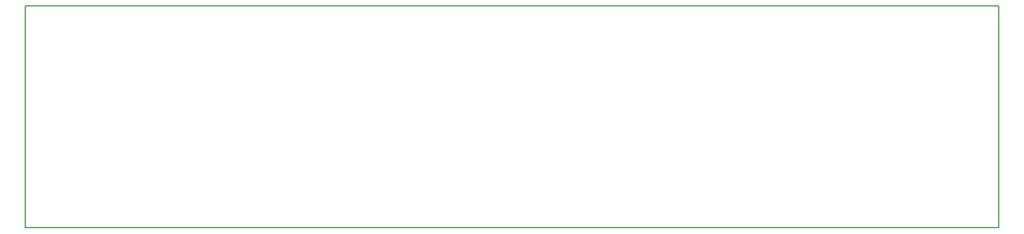
<source format=gm1>
G04 MADE WITH FRITZING*
G04 WWW.FRITZING.ORG*
G04 DOUBLE SIDED*
G04 HOLES PLATED*
G04 CONTOUR ON CENTER OF CONTOUR VECTOR*
%ASAXBY*%
%FSLAX23Y23*%
%MOIN*%
%OFA0B0*%
%SFA1.0B1.0*%
%ADD10R,6.053350X1.389330*%
%ADD11C,0.008000*%
%ADD10C,0.008*%
%LNCONTOUR*%
G90*
G70*
G54D10*
G54D11*
X4Y1385D02*
X6049Y1385D01*
X6049Y4D01*
X4Y4D01*
X4Y1385D01*
D02*
G04 End of contour*
M02*
</source>
